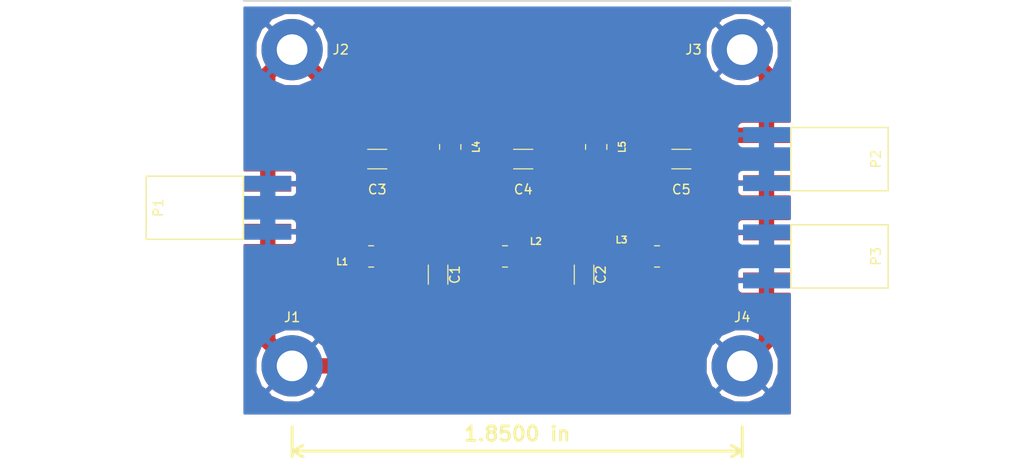
<source format=kicad_pcb>
(kicad_pcb (version 20171130) (host pcbnew "(5.1.9)-1")

  (general
    (thickness 1.6)
    (drawings 10)
    (tracks 42)
    (zones 0)
    (modules 17)
    (nets 9)
  )

  (page A4)
  (title_block
    (title "VHF UHF Diplexer")
    (date 2018-01-14)
    (rev V1.0)
    (company "Giga Technology")
    (comment 1 "2m and 70 cm Diplex max 10w")
  )

  (layers
    (0 F.Cu signal)
    (31 B.Cu signal)
    (32 B.Adhes user)
    (33 F.Adhes user)
    (34 B.Paste user)
    (35 F.Paste user)
    (36 B.SilkS user)
    (37 F.SilkS user)
    (38 B.Mask user)
    (39 F.Mask user)
    (40 Dwgs.User user)
    (41 Cmts.User user)
    (42 Eco1.User user)
    (43 Eco2.User user)
    (44 Edge.Cuts user)
    (45 Margin user)
    (46 B.CrtYd user)
    (47 F.CrtYd user)
    (48 B.Fab user)
    (49 F.Fab user)
  )

  (setup
    (last_trace_width 0.25)
    (trace_clearance 0.2)
    (zone_clearance 0.508)
    (zone_45_only no)
    (trace_min 0.2)
    (via_size 0.6)
    (via_drill 0.4)
    (via_min_size 0.4)
    (via_min_drill 0.3)
    (uvia_size 0.3)
    (uvia_drill 0.1)
    (uvias_allowed no)
    (uvia_min_size 0.2)
    (uvia_min_drill 0.1)
    (edge_width 0.15)
    (segment_width 0.2)
    (pcb_text_width 0.3)
    (pcb_text_size 1.5 1.5)
    (mod_edge_width 0.15)
    (mod_text_size 1 1)
    (mod_text_width 0.15)
    (pad_size 1.524 1.524)
    (pad_drill 0.762)
    (pad_to_mask_clearance 0.2)
    (aux_axis_origin 39.37 64.77)
    (grid_origin 39.37 64.77)
    (visible_elements 7FFFFFFF)
    (pcbplotparams
      (layerselection 0x00030_80000001)
      (usegerberextensions false)
      (usegerberattributes true)
      (usegerberadvancedattributes true)
      (creategerberjobfile true)
      (excludeedgelayer true)
      (linewidth 0.100000)
      (plotframeref false)
      (viasonmask false)
      (mode 1)
      (useauxorigin false)
      (hpglpennumber 1)
      (hpglpenspeed 20)
      (hpglpendiameter 15.000000)
      (psnegative false)
      (psa4output false)
      (plotreference true)
      (plotvalue true)
      (plotinvisibletext false)
      (padsonsilk false)
      (subtractmaskfromsilk false)
      (outputformat 1)
      (mirror false)
      (drillshape 1)
      (scaleselection 1)
      (outputdirectory ""))
  )

  (net 0 "")
  (net 1 "Net-(C1-Pad1)")
  (net 2 GND)
  (net 3 "Net-(C2-Pad1)")
  (net 4 "Net-(C3-Pad1)")
  (net 5 "Net-(C3-Pad2)")
  (net 6 "Net-(C4-Pad1)")
  (net 7 "Net-(C5-Pad1)")
  (net 8 "Net-(L3-Pad1)")

  (net_class Default "This is the default net class."
    (clearance 0.2)
    (trace_width 0.25)
    (via_dia 0.6)
    (via_drill 0.4)
    (uvia_dia 0.3)
    (uvia_drill 0.1)
  )

  (net_class 50Ohm ""
    (clearance 0.27)
    (trace_width 1.6)
    (via_dia 0.6)
    (via_drill 0.4)
    (uvia_dia 0.3)
    (uvia_drill 0.1)
    (add_net GND)
    (add_net "Net-(C1-Pad1)")
    (add_net "Net-(C2-Pad1)")
    (add_net "Net-(C3-Pad1)")
    (add_net "Net-(C3-Pad2)")
    (add_net "Net-(C4-Pad1)")
    (add_net "Net-(C5-Pad1)")
    (add_net "Net-(L3-Pad1)")
  )

  (module Inductor_SMD:L_1008_2520Metric_Pad1.43x2.20mm_HandSolder (layer F.Cu) (tedit 5F68FEF0) (tstamp 5A5B78B6)
    (at 66.675 48.26 180)
    (descr "Inductor SMD 1008 (2520 Metric), square (rectangular) end terminal, IPC_7351 nominal with elongated pad for handsoldering. (Body size source: https://ecsxtal.com/store/pdf/ECS-MPI2520-SMD-POWER-INDUCTOR.pdf), generated with kicad-footprint-generator")
    (tags "inductor handsolder")
    (path /5A59FE74)
    (attr smd)
    (fp_text reference L2 (at -3.2258 1.5748 180) (layer F.SilkS)
      (effects (font (size 0.7 0.7) (thickness 0.15)))
    )
    (fp_text value 100nH (at -0.2794 -2.286 180) (layer F.SilkS) hide
      (effects (font (size 0.7 0.7) (thickness 0.15)))
    )
    (fp_line (start 2.12 1.35) (end -2.12 1.35) (layer F.CrtYd) (width 0.05))
    (fp_line (start 2.12 -1.35) (end 2.12 1.35) (layer F.CrtYd) (width 0.05))
    (fp_line (start -2.12 -1.35) (end 2.12 -1.35) (layer F.CrtYd) (width 0.05))
    (fp_line (start -2.12 1.35) (end -2.12 -1.35) (layer F.CrtYd) (width 0.05))
    (fp_line (start -0.261252 1.11) (end 0.261252 1.11) (layer F.SilkS) (width 0.12))
    (fp_line (start -0.261252 -1.11) (end 0.261252 -1.11) (layer F.SilkS) (width 0.12))
    (fp_line (start 1.25 1) (end -1.25 1) (layer F.Fab) (width 0.1))
    (fp_line (start 1.25 -1) (end 1.25 1) (layer F.Fab) (width 0.1))
    (fp_line (start -1.25 -1) (end 1.25 -1) (layer F.Fab) (width 0.1))
    (fp_line (start -1.25 1) (end -1.25 -1) (layer F.Fab) (width 0.1))
    (fp_text user %R (at -0.1778 2.8956 180) (layer F.Fab)
      (effects (font (size 1.5 1.5) (thickness 0.15)))
    )
    (pad 2 smd roundrect (at 1.1625 0 180) (size 1.425 2.2) (layers F.Cu F.Paste F.Mask) (roundrect_rratio 0.175439)
      (net 1 "Net-(C1-Pad1)"))
    (pad 1 smd roundrect (at -1.1625 0 180) (size 1.425 2.2) (layers F.Cu F.Paste F.Mask) (roundrect_rratio 0.175439)
      (net 3 "Net-(C2-Pad1)"))
    (model ${KISYS3DMOD}/Inductor_SMD.3dshapes/L_1008_2520Metric.wrl
      (at (xyz 0 0 0))
      (scale (xyz 1 1 1))
      (rotate (xyz 0 0 0))
    )
  )

  (module Inductor_SMD:L_1008_2520Metric_Pad1.43x2.20mm_HandSolder (layer F.Cu) (tedit 5F68FEF0) (tstamp 5A5B78B0)
    (at 52.705 48.26 180)
    (descr "Inductor SMD 1008 (2520 Metric), square (rectangular) end terminal, IPC_7351 nominal with elongated pad for handsoldering. (Body size source: https://ecsxtal.com/store/pdf/ECS-MPI2520-SMD-POWER-INDUCTOR.pdf), generated with kicad-footprint-generator")
    (tags "inductor handsolder")
    (path /5A59FDEC)
    (attr smd)
    (fp_text reference L1 (at 3.0226 -0.5588 180) (layer F.SilkS)
      (effects (font (size 0.7 0.7) (thickness 0.15)))
    )
    (fp_text value 68nH (at 0.0762 -2.1844 180) (layer F.SilkS) hide
      (effects (font (size 0.7 0.7) (thickness 0.15)))
    )
    (fp_line (start 2.12 1.35) (end -2.12 1.35) (layer F.CrtYd) (width 0.05))
    (fp_line (start 2.12 -1.35) (end 2.12 1.35) (layer F.CrtYd) (width 0.05))
    (fp_line (start -2.12 -1.35) (end 2.12 -1.35) (layer F.CrtYd) (width 0.05))
    (fp_line (start -2.12 1.35) (end -2.12 -1.35) (layer F.CrtYd) (width 0.05))
    (fp_line (start -0.261252 1.11) (end 0.261252 1.11) (layer F.SilkS) (width 0.12))
    (fp_line (start -0.261252 -1.11) (end 0.261252 -1.11) (layer F.SilkS) (width 0.12))
    (fp_line (start 1.25 1) (end -1.25 1) (layer F.Fab) (width 0.1))
    (fp_line (start 1.25 -1) (end 1.25 1) (layer F.Fab) (width 0.1))
    (fp_line (start -1.25 -1) (end 1.25 -1) (layer F.Fab) (width 0.1))
    (fp_line (start -1.25 1) (end -1.25 -1) (layer F.Fab) (width 0.1))
    (fp_text user %R (at -0.0254 2.8448 180) (layer F.Fab)
      (effects (font (size 1.5 1.5) (thickness 0.15)))
    )
    (pad 2 smd roundrect (at 1.1625 0 180) (size 1.425 2.2) (layers F.Cu F.Paste F.Mask) (roundrect_rratio 0.175439)
      (net 5 "Net-(C3-Pad2)"))
    (pad 1 smd roundrect (at -1.1625 0 180) (size 1.425 2.2) (layers F.Cu F.Paste F.Mask) (roundrect_rratio 0.175439)
      (net 1 "Net-(C1-Pad1)"))
    (model ${KISYS3DMOD}/Inductor_SMD.3dshapes/L_1008_2520Metric.wrl
      (at (xyz 0 0 0))
      (scale (xyz 1 1 1))
      (rotate (xyz 0 0 0))
    )
  )

  (module Inductor_SMD:L_1008_2520Metric_Pad1.43x2.20mm_HandSolder (layer F.Cu) (tedit 5F68FEF0) (tstamp 5A5B78BC)
    (at 82.55 48.26 180)
    (descr "Inductor SMD 1008 (2520 Metric), square (rectangular) end terminal, IPC_7351 nominal with elongated pad for handsoldering. (Body size source: https://ecsxtal.com/store/pdf/ECS-MPI2520-SMD-POWER-INDUCTOR.pdf), generated with kicad-footprint-generator")
    (tags "inductor handsolder")
    (path /5A59FEB6)
    (attr smd)
    (fp_text reference L3 (at 3.7084 1.7272 180) (layer F.SilkS)
      (effects (font (size 0.7 0.7) (thickness 0.15)))
    )
    (fp_text value 68nH (at -0.3048 -2.4384 180) (layer F.SilkS) hide
      (effects (font (size 0.7 0.7) (thickness 0.15)))
    )
    (fp_line (start -1.25 1) (end -1.25 -1) (layer F.Fab) (width 0.1))
    (fp_line (start -1.25 -1) (end 1.25 -1) (layer F.Fab) (width 0.1))
    (fp_line (start 1.25 -1) (end 1.25 1) (layer F.Fab) (width 0.1))
    (fp_line (start 1.25 1) (end -1.25 1) (layer F.Fab) (width 0.1))
    (fp_line (start -0.261252 -1.11) (end 0.261252 -1.11) (layer F.SilkS) (width 0.12))
    (fp_line (start -0.261252 1.11) (end 0.261252 1.11) (layer F.SilkS) (width 0.12))
    (fp_line (start -2.12 1.35) (end -2.12 -1.35) (layer F.CrtYd) (width 0.05))
    (fp_line (start -2.12 -1.35) (end 2.12 -1.35) (layer F.CrtYd) (width 0.05))
    (fp_line (start 2.12 -1.35) (end 2.12 1.35) (layer F.CrtYd) (width 0.05))
    (fp_line (start 2.12 1.35) (end -2.12 1.35) (layer F.CrtYd) (width 0.05))
    (fp_text user %R (at -0.1524 2.8448 180) (layer F.Fab)
      (effects (font (size 1.5 1.5) (thickness 0.15)))
    )
    (pad 1 smd roundrect (at -1.1625 0 180) (size 1.425 2.2) (layers F.Cu F.Paste F.Mask) (roundrect_rratio 0.175439)
      (net 8 "Net-(L3-Pad1)"))
    (pad 2 smd roundrect (at 1.1625 0 180) (size 1.425 2.2) (layers F.Cu F.Paste F.Mask) (roundrect_rratio 0.175439)
      (net 3 "Net-(C2-Pad1)"))
    (model ${KISYS3DMOD}/Inductor_SMD.3dshapes/L_1008_2520Metric.wrl
      (at (xyz 0 0 0))
      (scale (xyz 1 1 1))
      (rotate (xyz 0 0 0))
    )
  )

  (module Inductor_SMD:L_1008_2520Metric_Pad1.43x2.20mm_HandSolder (layer F.Cu) (tedit 5F68FEF0) (tstamp 5A5B78C8)
    (at 76.2 36.83 270)
    (descr "Inductor SMD 1008 (2520 Metric), square (rectangular) end terminal, IPC_7351 nominal with elongated pad for handsoldering. (Body size source: https://ecsxtal.com/store/pdf/ECS-MPI2520-SMD-POWER-INDUCTOR.pdf), generated with kicad-footprint-generator")
    (tags "inductor handsolder")
    (path /5A59FF5E)
    (attr smd)
    (fp_text reference L5 (at 0 -2.7 90) (layer F.SilkS)
      (effects (font (size 0.7 0.7) (thickness 0.15)))
    )
    (fp_text value 15nH (at 2.25 0) (layer F.SilkS) hide
      (effects (font (size 0.7 0.7) (thickness 0.15)))
    )
    (fp_line (start 2.12 1.35) (end -2.12 1.35) (layer F.CrtYd) (width 0.05))
    (fp_line (start 2.12 -1.35) (end 2.12 1.35) (layer F.CrtYd) (width 0.05))
    (fp_line (start -2.12 -1.35) (end 2.12 -1.35) (layer F.CrtYd) (width 0.05))
    (fp_line (start -2.12 1.35) (end -2.12 -1.35) (layer F.CrtYd) (width 0.05))
    (fp_line (start -0.261252 1.11) (end 0.261252 1.11) (layer F.SilkS) (width 0.12))
    (fp_line (start -0.261252 -1.11) (end 0.261252 -1.11) (layer F.SilkS) (width 0.12))
    (fp_line (start 1.25 1) (end -1.25 1) (layer F.Fab) (width 0.1))
    (fp_line (start 1.25 -1) (end 1.25 1) (layer F.Fab) (width 0.1))
    (fp_line (start -1.25 -1) (end 1.25 -1) (layer F.Fab) (width 0.1))
    (fp_line (start -1.25 1) (end -1.25 -1) (layer F.Fab) (width 0.1))
    (fp_text user %R (at 0 0) (layer F.Fab)
      (effects (font (size 1.5 1.5) (thickness 0.15)))
    )
    (pad 2 smd roundrect (at 1.1625 0 270) (size 1.425 2.2) (layers F.Cu F.Paste F.Mask) (roundrect_rratio 0.175439)
      (net 6 "Net-(C4-Pad1)"))
    (pad 1 smd roundrect (at -1.1625 0 270) (size 1.425 2.2) (layers F.Cu F.Paste F.Mask) (roundrect_rratio 0.175439)
      (net 2 GND))
    (model ${KISYS3DMOD}/Inductor_SMD.3dshapes/L_1008_2520Metric.wrl
      (at (xyz 0 0 0))
      (scale (xyz 1 1 1))
      (rotate (xyz 0 0 0))
    )
  )

  (module Inductor_SMD:L_1008_2520Metric_Pad1.43x2.20mm_HandSolder (layer F.Cu) (tedit 5F68FEF0) (tstamp 5A5B78C2)
    (at 60.96 36.83 270)
    (descr "Inductor SMD 1008 (2520 Metric), square (rectangular) end terminal, IPC_7351 nominal with elongated pad for handsoldering. (Body size source: https://ecsxtal.com/store/pdf/ECS-MPI2520-SMD-POWER-INDUCTOR.pdf), generated with kicad-footprint-generator")
    (tags "inductor handsolder")
    (path /5A59FF0C)
    (attr smd)
    (fp_text reference L4 (at 0 -2.7 90) (layer F.SilkS)
      (effects (font (size 0.7 0.7) (thickness 0.15)))
    )
    (fp_text value 15nH (at 2.25 0) (layer F.SilkS) hide
      (effects (font (size 0.7 0.7) (thickness 0.15)))
    )
    (fp_line (start 2.12 1.35) (end -2.12 1.35) (layer F.CrtYd) (width 0.05))
    (fp_line (start 2.12 -1.35) (end 2.12 1.35) (layer F.CrtYd) (width 0.05))
    (fp_line (start -2.12 -1.35) (end 2.12 -1.35) (layer F.CrtYd) (width 0.05))
    (fp_line (start -2.12 1.35) (end -2.12 -1.35) (layer F.CrtYd) (width 0.05))
    (fp_line (start -0.261252 1.11) (end 0.261252 1.11) (layer F.SilkS) (width 0.12))
    (fp_line (start -0.261252 -1.11) (end 0.261252 -1.11) (layer F.SilkS) (width 0.12))
    (fp_line (start 1.25 1) (end -1.25 1) (layer F.Fab) (width 0.1))
    (fp_line (start 1.25 -1) (end 1.25 1) (layer F.Fab) (width 0.1))
    (fp_line (start -1.25 -1) (end 1.25 -1) (layer F.Fab) (width 0.1))
    (fp_line (start -1.25 1) (end -1.25 -1) (layer F.Fab) (width 0.1))
    (fp_text user %R (at 0 0) (layer F.Fab)
      (effects (font (size 1.5 1.5) (thickness 0.15)))
    )
    (pad 2 smd roundrect (at 1.1625 0 270) (size 1.425 2.2) (layers F.Cu F.Paste F.Mask) (roundrect_rratio 0.175439)
      (net 4 "Net-(C3-Pad1)"))
    (pad 1 smd roundrect (at -1.1625 0 270) (size 1.425 2.2) (layers F.Cu F.Paste F.Mask) (roundrect_rratio 0.175439)
      (net 2 GND))
    (model ${KISYS3DMOD}/Inductor_SMD.3dshapes/L_1008_2520Metric.wrl
      (at (xyz 0 0 0))
      (scale (xyz 1 1 1))
      (rotate (xyz 0 0 0))
    )
  )

  (module Capacitors_SMD:C_1206_HandSoldering (layer F.Cu) (tedit 58AA84D1) (tstamp 5A5B7892)
    (at 59.69 50.165 270)
    (descr "Capacitor SMD 1206, hand soldering")
    (tags "capacitor 1206")
    (path /5A59FCF8)
    (attr smd)
    (fp_text reference C1 (at 0 -1.75 270) (layer F.SilkS)
      (effects (font (size 1 1) (thickness 0.15)))
    )
    (fp_text value 18pF (at 0 2 270) (layer F.Fab)
      (effects (font (size 1 1) (thickness 0.15)))
    )
    (fp_line (start -1.6 0.8) (end -1.6 -0.8) (layer F.Fab) (width 0.1))
    (fp_line (start 1.6 0.8) (end -1.6 0.8) (layer F.Fab) (width 0.1))
    (fp_line (start 1.6 -0.8) (end 1.6 0.8) (layer F.Fab) (width 0.1))
    (fp_line (start -1.6 -0.8) (end 1.6 -0.8) (layer F.Fab) (width 0.1))
    (fp_line (start 1 -1.02) (end -1 -1.02) (layer F.SilkS) (width 0.12))
    (fp_line (start -1 1.02) (end 1 1.02) (layer F.SilkS) (width 0.12))
    (fp_line (start -3.25 -1.05) (end 3.25 -1.05) (layer F.CrtYd) (width 0.05))
    (fp_line (start -3.25 -1.05) (end -3.25 1.05) (layer F.CrtYd) (width 0.05))
    (fp_line (start 3.25 1.05) (end 3.25 -1.05) (layer F.CrtYd) (width 0.05))
    (fp_line (start 3.25 1.05) (end -3.25 1.05) (layer F.CrtYd) (width 0.05))
    (fp_text user %R (at 0 -1.75 270) (layer F.Fab)
      (effects (font (size 1 1) (thickness 0.15)))
    )
    (pad 1 smd rect (at -2 0 270) (size 2 1.6) (layers F.Cu F.Paste F.Mask)
      (net 1 "Net-(C1-Pad1)"))
    (pad 2 smd rect (at 2 0 270) (size 2 1.6) (layers F.Cu F.Paste F.Mask)
      (net 2 GND))
    (model Capacitors_SMD.3dshapes/C_1206.wrl
      (at (xyz 0 0 0))
      (scale (xyz 1 1 1))
      (rotate (xyz 0 0 0))
    )
  )

  (module Capacitors_SMD:C_1206_HandSoldering (layer F.Cu) (tedit 58AA84D1) (tstamp 5A5B7898)
    (at 74.93 50.165 270)
    (descr "Capacitor SMD 1206, hand soldering")
    (tags "capacitor 1206")
    (path /5A59FBD5)
    (attr smd)
    (fp_text reference C2 (at 0 -1.75 270) (layer F.SilkS)
      (effects (font (size 1 1) (thickness 0.15)))
    )
    (fp_text value 18pF (at 0 2 270) (layer F.Fab)
      (effects (font (size 1 1) (thickness 0.15)))
    )
    (fp_line (start -1.6 0.8) (end -1.6 -0.8) (layer F.Fab) (width 0.1))
    (fp_line (start 1.6 0.8) (end -1.6 0.8) (layer F.Fab) (width 0.1))
    (fp_line (start 1.6 -0.8) (end 1.6 0.8) (layer F.Fab) (width 0.1))
    (fp_line (start -1.6 -0.8) (end 1.6 -0.8) (layer F.Fab) (width 0.1))
    (fp_line (start 1 -1.02) (end -1 -1.02) (layer F.SilkS) (width 0.12))
    (fp_line (start -1 1.02) (end 1 1.02) (layer F.SilkS) (width 0.12))
    (fp_line (start -3.25 -1.05) (end 3.25 -1.05) (layer F.CrtYd) (width 0.05))
    (fp_line (start -3.25 -1.05) (end -3.25 1.05) (layer F.CrtYd) (width 0.05))
    (fp_line (start 3.25 1.05) (end 3.25 -1.05) (layer F.CrtYd) (width 0.05))
    (fp_line (start 3.25 1.05) (end -3.25 1.05) (layer F.CrtYd) (width 0.05))
    (fp_text user %R (at 0 -1.75 270) (layer F.Fab)
      (effects (font (size 1 1) (thickness 0.15)))
    )
    (pad 1 smd rect (at -2 0 270) (size 2 1.6) (layers F.Cu F.Paste F.Mask)
      (net 3 "Net-(C2-Pad1)"))
    (pad 2 smd rect (at 2 0 270) (size 2 1.6) (layers F.Cu F.Paste F.Mask)
      (net 2 GND))
    (model Capacitors_SMD.3dshapes/C_1206.wrl
      (at (xyz 0 0 0))
      (scale (xyz 1 1 1))
      (rotate (xyz 0 0 0))
    )
  )

  (module Bacar:SMA_Edge (layer F.Cu) (tedit 587FB08C) (tstamp 5A5B78D1)
    (at 41.91 43.18 90)
    (path /5A59FADA)
    (fp_text reference P1 (at 0 -11.43 90) (layer F.SilkS)
      (effects (font (size 1 1) (thickness 0.15)))
    )
    (fp_text value SMA (at 0 -13.97 90) (layer F.Fab)
      (effects (font (size 1 1) (thickness 0.15)))
    )
    (fp_line (start -3.3 -2.54) (end 3.3 -2.54) (layer F.SilkS) (width 0.15))
    (fp_line (start -3.3 -12.7) (end -3.3 -2.54) (layer F.SilkS) (width 0.15))
    (fp_line (start 3.3 -12.7) (end -3.3 -12.7) (layer F.SilkS) (width 0.15))
    (fp_line (start 3.3 -12.7) (end 3.3 -2.54) (layer F.SilkS) (width 0.15))
    (pad 1 connect rect (at 0 0 90) (size 1.6 4.9) (layers F.Cu F.Mask)
      (net 5 "Net-(C3-Pad2)"))
    (pad 2 connect rect (at -2.48 0 90) (size 1.6 4.9) (layers F.Cu F.Mask)
      (net 2 GND))
    (pad 2 smd rect (at 2.48 0 90) (size 1.6 4.9) (layers F.Cu F.Paste F.Mask)
      (net 2 GND))
    (pad 2 smd rect (at 2.54 0 90) (size 1.6 4.9) (layers B.Cu F.Paste F.Mask)
      (net 2 GND))
    (pad 2 smd rect (at -2.54 0 90) (size 1.6 4.9) (layers B.Cu F.Paste F.Mask)
      (net 2 GND))
  )

  (module Bacar:SMA_Edge (layer F.Cu) (tedit 587FB08C) (tstamp 5A5B78DA)
    (at 93.98 38.1 270)
    (path /5A59FB06)
    (fp_text reference P2 (at 0 -11.43 270) (layer F.SilkS)
      (effects (font (size 1 1) (thickness 0.15)))
    )
    (fp_text value SMA (at 0 -13.97 270) (layer F.Fab)
      (effects (font (size 1 1) (thickness 0.15)))
    )
    (fp_line (start -3.3 -2.54) (end 3.3 -2.54) (layer F.SilkS) (width 0.15))
    (fp_line (start -3.3 -12.7) (end -3.3 -2.54) (layer F.SilkS) (width 0.15))
    (fp_line (start 3.3 -12.7) (end -3.3 -12.7) (layer F.SilkS) (width 0.15))
    (fp_line (start 3.3 -12.7) (end 3.3 -2.54) (layer F.SilkS) (width 0.15))
    (pad 1 connect rect (at 0 0 270) (size 1.6 4.9) (layers F.Cu F.Mask)
      (net 7 "Net-(C5-Pad1)"))
    (pad 2 connect rect (at -2.48 0 270) (size 1.6 4.9) (layers F.Cu F.Mask)
      (net 2 GND))
    (pad 2 smd rect (at 2.48 0 270) (size 1.6 4.9) (layers F.Cu F.Paste F.Mask)
      (net 2 GND))
    (pad 2 smd rect (at 2.54 0 270) (size 1.6 4.9) (layers B.Cu F.Paste F.Mask)
      (net 2 GND))
    (pad 2 smd rect (at -2.54 0 270) (size 1.6 4.9) (layers B.Cu F.Paste F.Mask)
      (net 2 GND))
  )

  (module Bacar:SMA_Edge (layer F.Cu) (tedit 587FB08C) (tstamp 5A5B78E3)
    (at 93.98 48.26 270)
    (path /5A59FB70)
    (fp_text reference P3 (at 0 -11.43 270) (layer F.SilkS)
      (effects (font (size 1 1) (thickness 0.15)))
    )
    (fp_text value SMA (at 0 -13.97 270) (layer F.Fab)
      (effects (font (size 1 1) (thickness 0.15)))
    )
    (fp_line (start -3.3 -2.54) (end 3.3 -2.54) (layer F.SilkS) (width 0.15))
    (fp_line (start -3.3 -12.7) (end -3.3 -2.54) (layer F.SilkS) (width 0.15))
    (fp_line (start 3.3 -12.7) (end -3.3 -12.7) (layer F.SilkS) (width 0.15))
    (fp_line (start 3.3 -12.7) (end 3.3 -2.54) (layer F.SilkS) (width 0.15))
    (pad 1 connect rect (at 0 0 270) (size 1.6 4.9) (layers F.Cu F.Mask)
      (net 8 "Net-(L3-Pad1)"))
    (pad 2 connect rect (at -2.48 0 270) (size 1.6 4.9) (layers F.Cu F.Mask)
      (net 2 GND))
    (pad 2 smd rect (at 2.48 0 270) (size 1.6 4.9) (layers F.Cu F.Paste F.Mask)
      (net 2 GND))
    (pad 2 smd rect (at 2.54 0 270) (size 1.6 4.9) (layers B.Cu F.Paste F.Mask)
      (net 2 GND))
    (pad 2 smd rect (at -2.54 0 270) (size 1.6 4.9) (layers B.Cu F.Paste F.Mask)
      (net 2 GND))
  )

  (module Capacitors_SMD:C_1206_HandSoldering (layer F.Cu) (tedit 5A5CFB38) (tstamp 5A5B8261)
    (at 53.34 38.1 180)
    (descr "Capacitor SMD 1206, hand soldering")
    (tags "capacitor 1206")
    (path /5A59FD2B)
    (attr smd)
    (fp_text reference C3 (at 0 -3.175 180) (layer F.SilkS)
      (effects (font (size 1 1) (thickness 0.15)))
    )
    (fp_text value 4.7pF (at 0 2 180) (layer F.Fab)
      (effects (font (size 1 1) (thickness 0.15)))
    )
    (fp_line (start -1.6 0.8) (end -1.6 -0.8) (layer F.Fab) (width 0.1))
    (fp_line (start 1.6 0.8) (end -1.6 0.8) (layer F.Fab) (width 0.1))
    (fp_line (start 1.6 -0.8) (end 1.6 0.8) (layer F.Fab) (width 0.1))
    (fp_line (start -1.6 -0.8) (end 1.6 -0.8) (layer F.Fab) (width 0.1))
    (fp_line (start 1 -1.02) (end -1 -1.02) (layer F.SilkS) (width 0.12))
    (fp_line (start -1 1.02) (end 1 1.02) (layer F.SilkS) (width 0.12))
    (fp_line (start -3.25 -1.05) (end 3.25 -1.05) (layer F.CrtYd) (width 0.05))
    (fp_line (start -3.25 -1.05) (end -3.25 1.05) (layer F.CrtYd) (width 0.05))
    (fp_line (start 3.25 1.05) (end 3.25 -1.05) (layer F.CrtYd) (width 0.05))
    (fp_line (start 3.25 1.05) (end -3.25 1.05) (layer F.CrtYd) (width 0.05))
    (fp_text user %R (at 0 -1.75 180) (layer F.Fab)
      (effects (font (size 1 1) (thickness 0.15)))
    )
    (pad 1 smd rect (at -2 0 180) (size 2 1.6) (layers F.Cu F.Paste F.Mask)
      (net 4 "Net-(C3-Pad1)"))
    (pad 2 smd rect (at 2 0 180) (size 2 1.6) (layers F.Cu F.Paste F.Mask)
      (net 5 "Net-(C3-Pad2)"))
    (model Capacitors_SMD.3dshapes/C_1206.wrl
      (at (xyz 0 0 0))
      (scale (xyz 1 1 1))
      (rotate (xyz 0 0 0))
    )
  )

  (module Capacitors_SMD:C_1206_HandSoldering (layer F.Cu) (tedit 5A5CFB2D) (tstamp 5A5B82D8)
    (at 68.58 38.1 180)
    (descr "Capacitor SMD 1206, hand soldering")
    (tags "capacitor 1206")
    (path /5A59FD7F)
    (attr smd)
    (fp_text reference C4 (at 0 -3.175 180) (layer F.SilkS)
      (effects (font (size 1 1) (thickness 0.15)))
    )
    (fp_text value 2.7pF (at 0 2 180) (layer F.Fab)
      (effects (font (size 1 1) (thickness 0.15)))
    )
    (fp_line (start -1.6 0.8) (end -1.6 -0.8) (layer F.Fab) (width 0.1))
    (fp_line (start 1.6 0.8) (end -1.6 0.8) (layer F.Fab) (width 0.1))
    (fp_line (start 1.6 -0.8) (end 1.6 0.8) (layer F.Fab) (width 0.1))
    (fp_line (start -1.6 -0.8) (end 1.6 -0.8) (layer F.Fab) (width 0.1))
    (fp_line (start 1 -1.02) (end -1 -1.02) (layer F.SilkS) (width 0.12))
    (fp_line (start -1 1.02) (end 1 1.02) (layer F.SilkS) (width 0.12))
    (fp_line (start -3.25 -1.05) (end 3.25 -1.05) (layer F.CrtYd) (width 0.05))
    (fp_line (start -3.25 -1.05) (end -3.25 1.05) (layer F.CrtYd) (width 0.05))
    (fp_line (start 3.25 1.05) (end 3.25 -1.05) (layer F.CrtYd) (width 0.05))
    (fp_line (start 3.25 1.05) (end -3.25 1.05) (layer F.CrtYd) (width 0.05))
    (fp_text user %R (at 0 -1.75 180) (layer F.Fab)
      (effects (font (size 1 1) (thickness 0.15)))
    )
    (pad 1 smd rect (at -2 0 180) (size 2 1.6) (layers F.Cu F.Paste F.Mask)
      (net 6 "Net-(C4-Pad1)"))
    (pad 2 smd rect (at 2 0 180) (size 2 1.6) (layers F.Cu F.Paste F.Mask)
      (net 4 "Net-(C3-Pad1)"))
    (model Capacitors_SMD.3dshapes/C_1206.wrl
      (at (xyz 0 0 0))
      (scale (xyz 1 1 1))
      (rotate (xyz 0 0 0))
    )
  )

  (module Capacitors_SMD:C_1206_HandSoldering (layer F.Cu) (tedit 5A5CFB28) (tstamp 5A5B82DE)
    (at 85.09 38.1 180)
    (descr "Capacitor SMD 1206, hand soldering")
    (tags "capacitor 1206")
    (path /5A59FDB4)
    (attr smd)
    (fp_text reference C5 (at 0 -3.175 180) (layer F.SilkS)
      (effects (font (size 1 1) (thickness 0.15)))
    )
    (fp_text value 4.7pF (at 0 2 180) (layer F.Fab)
      (effects (font (size 1 1) (thickness 0.15)))
    )
    (fp_line (start -1.6 0.8) (end -1.6 -0.8) (layer F.Fab) (width 0.1))
    (fp_line (start 1.6 0.8) (end -1.6 0.8) (layer F.Fab) (width 0.1))
    (fp_line (start 1.6 -0.8) (end 1.6 0.8) (layer F.Fab) (width 0.1))
    (fp_line (start -1.6 -0.8) (end 1.6 -0.8) (layer F.Fab) (width 0.1))
    (fp_line (start 1 -1.02) (end -1 -1.02) (layer F.SilkS) (width 0.12))
    (fp_line (start -1 1.02) (end 1 1.02) (layer F.SilkS) (width 0.12))
    (fp_line (start -3.25 -1.05) (end 3.25 -1.05) (layer F.CrtYd) (width 0.05))
    (fp_line (start -3.25 -1.05) (end -3.25 1.05) (layer F.CrtYd) (width 0.05))
    (fp_line (start 3.25 1.05) (end 3.25 -1.05) (layer F.CrtYd) (width 0.05))
    (fp_line (start 3.25 1.05) (end -3.25 1.05) (layer F.CrtYd) (width 0.05))
    (fp_text user %R (at 0 -1.75 180) (layer F.Fab)
      (effects (font (size 1 1) (thickness 0.15)))
    )
    (pad 1 smd rect (at -2 0 180) (size 2 1.6) (layers F.Cu F.Paste F.Mask)
      (net 7 "Net-(C5-Pad1)"))
    (pad 2 smd rect (at 2 0 180) (size 2 1.6) (layers F.Cu F.Paste F.Mask)
      (net 6 "Net-(C4-Pad1)"))
    (model Capacitors_SMD.3dshapes/C_1206.wrl
      (at (xyz 0 0 0))
      (scale (xyz 1 1 1))
      (rotate (xyz 0 0 0))
    )
  )

  (module Mounting_Holes:MountingHole_3.2mm_M3_Pad (layer F.Cu) (tedit 5A5CFB62) (tstamp 5A5B89DA)
    (at 44.45 59.69)
    (descr "Mounting Hole 3.2mm, M3")
    (tags "mounting hole 3.2mm m3")
    (path /5A5B84B5)
    (attr virtual)
    (fp_text reference J1 (at 0 -5.08) (layer F.SilkS)
      (effects (font (size 1 1) (thickness 0.15)))
    )
    (fp_text value "3mm mount" (at 8.255 2.54) (layer F.Fab)
      (effects (font (size 1 1) (thickness 0.15)))
    )
    (fp_circle (center 0 0) (end 3.2 0) (layer Cmts.User) (width 0.15))
    (fp_circle (center 0 0) (end 3.45 0) (layer F.CrtYd) (width 0.05))
    (fp_text user %R (at 0.3 0) (layer F.Fab)
      (effects (font (size 1 1) (thickness 0.15)))
    )
    (pad 1 thru_hole circle (at 0 0) (size 6.4 6.4) (drill 3.2) (layers *.Cu *.Mask)
      (net 2 GND))
  )

  (module Mounting_Holes:MountingHole_3.2mm_M3_Pad (layer F.Cu) (tedit 5A5CFB72) (tstamp 5A5B89DF)
    (at 44.45 26.67)
    (descr "Mounting Hole 3.2mm, M3")
    (tags "mounting hole 3.2mm m3")
    (path /5A5B8514)
    (attr virtual)
    (fp_text reference J2 (at 5.08 0) (layer F.SilkS)
      (effects (font (size 1 1) (thickness 0.15)))
    )
    (fp_text value "3mm mount" (at 4.445 4.445) (layer F.Fab)
      (effects (font (size 1 1) (thickness 0.15)))
    )
    (fp_circle (center 0 0) (end 3.2 0) (layer Cmts.User) (width 0.15))
    (fp_circle (center 0 0) (end 3.45 0) (layer F.CrtYd) (width 0.05))
    (fp_text user %R (at 0.3 0) (layer F.Fab)
      (effects (font (size 1 1) (thickness 0.15)))
    )
    (pad 1 thru_hole circle (at 0 0) (size 6.4 6.4) (drill 3.2) (layers *.Cu *.Mask)
      (net 2 GND))
  )

  (module Mounting_Holes:MountingHole_3.2mm_M3_Pad (layer F.Cu) (tedit 5A5CFB6E) (tstamp 5A5B89E4)
    (at 91.44 26.67)
    (descr "Mounting Hole 3.2mm, M3")
    (tags "mounting hole 3.2mm m3")
    (path /5A5B85FF)
    (attr virtual)
    (fp_text reference J3 (at -5.08 0) (layer F.SilkS)
      (effects (font (size 1 1) (thickness 0.15)))
    )
    (fp_text value "3mm mount" (at -4.445 4.445) (layer F.Fab)
      (effects (font (size 1 1) (thickness 0.15)))
    )
    (fp_circle (center 0 0) (end 3.2 0) (layer Cmts.User) (width 0.15))
    (fp_circle (center 0 0) (end 3.45 0) (layer F.CrtYd) (width 0.05))
    (fp_text user %R (at 0.3 0) (layer F.Fab)
      (effects (font (size 1 1) (thickness 0.15)))
    )
    (pad 1 thru_hole circle (at 0 0) (size 6.4 6.4) (drill 3.2) (layers *.Cu *.Mask)
      (net 2 GND))
  )

  (module Mounting_Holes:MountingHole_3.2mm_M3_Pad (layer F.Cu) (tedit 5A5CFB69) (tstamp 5A5B89E9)
    (at 91.44 59.69)
    (descr "Mounting Hole 3.2mm, M3")
    (tags "mounting hole 3.2mm m3")
    (path /5A5B8653)
    (attr virtual)
    (fp_text reference J4 (at 0 -5.08) (layer F.SilkS)
      (effects (font (size 1 1) (thickness 0.15)))
    )
    (fp_text value "3mm mount" (at -8.89 1.905) (layer F.Fab)
      (effects (font (size 1 1) (thickness 0.15)))
    )
    (fp_circle (center 0 0) (end 3.2 0) (layer Cmts.User) (width 0.15))
    (fp_circle (center 0 0) (end 3.45 0) (layer F.CrtYd) (width 0.05))
    (fp_text user %R (at 0.3 0) (layer F.Fab)
      (effects (font (size 1 1) (thickness 0.15)))
    )
    (pad 1 thru_hole circle (at 0 0) (size 6.4 6.4) (drill 3.2) (layers *.Cu *.Mask)
      (net 2 GND))
  )

  (gr_line (start 96.52 64.77) (end 96.52 21.59) (angle 90) (layer F.Fab) (width 0.2))
  (gr_line (start 39.37 64.77) (end 96.52 64.77) (angle 90) (layer F.Fab) (width 0.2))
  (gr_line (start 39.37 21.59) (end 39.37 64.77) (angle 90) (layer F.Fab) (width 0.2))
  (gr_line (start 96.52 21.59) (end 39.37 21.59) (angle 90) (layer Edge.Cuts) (width 0.15))
  (dimension 46.99 (width 0.3) (layer F.SilkS)
    (gr_text "46.990 mm" (at 67.945 69.93) (layer F.SilkS)
      (effects (font (size 1.5 1.5) (thickness 0.3)))
    )
    (feature1 (pts (xy 91.44 66.04) (xy 91.44 71.28)))
    (feature2 (pts (xy 44.45 66.04) (xy 44.45 71.28)))
    (crossbar (pts (xy 44.45 68.58) (xy 91.44 68.58)))
    (arrow1a (pts (xy 91.44 68.58) (xy 90.313496 69.166421)))
    (arrow1b (pts (xy 91.44 68.58) (xy 90.313496 67.993579)))
    (arrow2a (pts (xy 44.45 68.58) (xy 45.576504 69.166421)))
    (arrow2b (pts (xy 44.45 68.58) (xy 45.576504 67.993579)))
  )
  (dimension 11.43 (width 0.3) (layer F.Mask)
    (gr_text "11.430 mm" (at 115.49 53.975 90) (layer F.Mask)
      (effects (font (size 1.5 1.5) (thickness 0.3)))
    )
    (feature1 (pts (xy 119.38 48.26) (xy 114.14 48.26)))
    (feature2 (pts (xy 119.38 59.69) (xy 114.14 59.69)))
    (crossbar (pts (xy 116.84 59.69) (xy 116.84 48.26)))
    (arrow1a (pts (xy 116.84 48.26) (xy 117.426421 49.386504)))
    (arrow1b (pts (xy 116.84 48.26) (xy 116.253579 49.386504)))
    (arrow2a (pts (xy 116.84 59.69) (xy 117.426421 58.563496)))
    (arrow2b (pts (xy 116.84 59.69) (xy 116.253579 58.563496)))
  )
  (dimension 11.43 (width 0.3) (layer F.Mask)
    (gr_text "11.430 mm" (at 115.57 34.29 270) (layer F.Mask)
      (effects (font (size 1.5 1.5) (thickness 0.3)))
    )
    (feature1 (pts (xy 119.38 38.1) (xy 114.14 38.1)))
    (feature2 (pts (xy 119.38 26.67) (xy 114.14 26.67)))
    (crossbar (pts (xy 116.84 26.67) (xy 116.84 38.1)))
    (arrow1a (pts (xy 116.84 38.1) (xy 116.253579 36.973496)))
    (arrow1b (pts (xy 116.84 38.1) (xy 117.426421 36.973496)))
    (arrow2a (pts (xy 116.84 26.67) (xy 116.253579 27.796504)))
    (arrow2b (pts (xy 116.84 26.67) (xy 117.426421 27.796504)))
  )
  (dimension 33.02 (width 0.3) (layer F.Mask)
    (gr_text "33.020 mm" (at 110.41 43.18 270) (layer F.Mask)
      (effects (font (size 1.5 1.5) (thickness 0.3)))
    )
    (feature1 (pts (xy 114.3 59.69) (xy 109.06 59.69)))
    (feature2 (pts (xy 114.3 26.67) (xy 109.06 26.67)))
    (crossbar (pts (xy 111.76 26.67) (xy 111.76 59.69)))
    (arrow1a (pts (xy 111.76 59.69) (xy 111.173579 58.563496)))
    (arrow1b (pts (xy 111.76 59.69) (xy 112.346421 58.563496)))
    (arrow2a (pts (xy 111.76 26.67) (xy 111.173579 27.796504)))
    (arrow2b (pts (xy 111.76 26.67) (xy 112.346421 27.796504)))
  )
  (dimension 16.51 (width 0.3) (layer F.Mask)
    (gr_text "16.510 mm" (at 20.24 34.925 90) (layer F.Mask)
      (effects (font (size 1.5 1.5) (thickness 0.3)))
    )
    (feature1 (pts (xy 25.4 26.67) (xy 18.89 26.67)))
    (feature2 (pts (xy 25.4 43.18) (xy 18.89 43.18)))
    (crossbar (pts (xy 21.59 43.18) (xy 21.59 26.67)))
    (arrow1a (pts (xy 21.59 26.67) (xy 22.176421 27.796504)))
    (arrow1b (pts (xy 21.59 26.67) (xy 21.003579 27.796504)))
    (arrow2a (pts (xy 21.59 43.18) (xy 22.176421 42.053496)))
    (arrow2b (pts (xy 21.59 43.18) (xy 21.003579 42.053496)))
  )
  (dimension 16.51 (width 0.3) (layer F.Mask)
    (gr_text "16.510 mm" (at 20.24 51.435 270) (layer F.Mask)
      (effects (font (size 1.5 1.5) (thickness 0.3)))
    )
    (feature1 (pts (xy 25.4 59.69) (xy 18.89 59.69)))
    (feature2 (pts (xy 25.4 43.18) (xy 18.89 43.18)))
    (crossbar (pts (xy 21.59 43.18) (xy 21.59 59.69)))
    (arrow1a (pts (xy 21.59 59.69) (xy 21.003579 58.563496)))
    (arrow1b (pts (xy 21.59 59.69) (xy 22.176421 58.563496)))
    (arrow2a (pts (xy 21.59 43.18) (xy 21.003579 44.306504)))
    (arrow2b (pts (xy 21.59 43.18) (xy 22.176421 44.306504)))
  )

  (segment (start 59.69 48.165) (end 64.675 48.165) (width 1.6) (layer F.Cu) (net 1) (status 400000))
  (segment (start 64.77 48.26) (end 65.425 48.26) (width 1.6) (layer F.Cu) (net 1) (tstamp 5A5CF737) (status 800000))
  (segment (start 64.675 48.165) (end 64.77 48.26) (width 1.6) (layer F.Cu) (net 1) (tstamp 5A5CF734))
  (segment (start 53.955 48.26) (end 59.595 48.26) (width 1.6) (layer F.Cu) (net 1))
  (segment (start 59.595 48.26) (end 59.69 48.165) (width 1.6) (layer F.Cu) (net 1) (tstamp 5A5CF4AF))
  (segment (start 76.2 35.58) (end 53.36 35.58) (width 1.6) (layer F.Cu) (net 2))
  (segment (start 53.36 35.58) (end 44.45 26.67) (width 1.6) (layer F.Cu) (net 2) (tstamp 5A5CF66A))
  (segment (start 41.91 40.7) (end 41.91 29.21) (width 1.6) (layer F.Cu) (net 2))
  (segment (start 41.91 29.21) (end 44.45 26.67) (width 1.6) (layer F.Cu) (net 2) (tstamp 5A5CF634))
  (segment (start 41.91 40.64) (end 41.91 45.72) (width 1.6) (layer B.Cu) (net 2))
  (segment (start 93.98 45.72) (end 93.98 50.8) (width 1.6) (layer B.Cu) (net 2))
  (segment (start 93.98 35.56) (end 93.98 40.64) (width 1.6) (layer B.Cu) (net 2))
  (segment (start 60.96 35.58) (end 76.2 35.58) (width 1.6) (layer F.Cu) (net 2))
  (segment (start 93.98 35.62) (end 76.24 35.62) (width 1.6) (layer F.Cu) (net 2))
  (segment (start 76.24 35.62) (end 76.2 35.58) (width 1.6) (layer F.Cu) (net 2) (tstamp 5A5CF5F2))
  (segment (start 93.98 35.62) (end 93.98 29.21) (width 1.6) (layer F.Cu) (net 2))
  (segment (start 93.98 29.21) (end 91.44 26.67) (width 1.6) (layer F.Cu) (net 2) (tstamp 5A5CF5E6))
  (segment (start 93.98 50.74) (end 93.98 57.15) (width 1.6) (layer F.Cu) (net 2))
  (segment (start 93.98 57.15) (end 91.44 59.69) (width 1.6) (layer F.Cu) (net 2) (tstamp 5A5CF5E1))
  (segment (start 93.98 40.58) (end 93.98 45.78) (width 1.6) (layer F.Cu) (net 2))
  (segment (start 41.91 45.66) (end 41.91 57.15) (width 1.6) (layer F.Cu) (net 2))
  (segment (start 41.91 57.15) (end 44.45 59.69) (width 1.6) (layer F.Cu) (net 2) (tstamp 5A5CF5CB))
  (segment (start 74.93 52.165) (end 59.69 52.165) (width 1.6) (layer F.Cu) (net 2))
  (segment (start 59.69 52.165) (end 52.165 59.69) (width 1.6) (layer F.Cu) (net 2) (tstamp 5A5CF5C1))
  (segment (start 52.165 59.69) (end 44.45 59.69) (width 1.6) (layer F.Cu) (net 2) (tstamp 5A5CF5C3))
  (segment (start 67.925 48.26) (end 74.835 48.26) (width 1.6) (layer F.Cu) (net 3) (status C00000))
  (segment (start 74.93 48.165) (end 81.205 48.165) (width 1.6) (layer F.Cu) (net 3))
  (segment (start 74.835 48.26) (end 74.93 48.165) (width 1.6) (layer F.Cu) (net 3) (tstamp 5A5CF73E) (status C00000))
  (segment (start 81.205 48.165) (end 81.3 48.26) (width 1.6) (layer F.Cu) (net 3) (tstamp 5A5CF501))
  (segment (start 81.205 48.165) (end 81.3 48.26) (width 1.6) (layer F.Cu) (net 3) (tstamp 5A5CF58A))
  (segment (start 60.96 38.08) (end 66.56 38.08) (width 1.6) (layer F.Cu) (net 4))
  (segment (start 66.56 38.08) (end 66.58 38.1) (width 1.6) (layer F.Cu) (net 4) (tstamp 5A5CF379))
  (segment (start 55.34 38.1) (end 60.94 38.1) (width 1.6) (layer F.Cu) (net 4))
  (segment (start 60.94 38.1) (end 60.96 38.08) (width 1.6) (layer F.Cu) (net 4) (tstamp 5A5CF370))
  (segment (start 46.26 43.18) (end 46.375 43.18) (width 1.6) (layer F.Cu) (net 5))
  (segment (start 46.375 43.18) (end 51.455 48.26) (width 1.6) (layer F.Cu) (net 5) (tstamp 5A5CF368))
  (segment (start 41.91 43.18) (end 46.26 43.18) (width 1.6) (layer F.Cu) (net 5))
  (segment (start 46.26 43.18) (end 51.34 38.1) (width 1.6) (layer F.Cu) (net 5) (tstamp 5A5CF35A))
  (segment (start 70.58 38.1) (end 76.18 38.1) (width 1.6) (layer F.Cu) (net 6))
  (segment (start 76.18 38.1) (end 83.09 38.1) (width 1.6) (layer F.Cu) (net 6) (tstamp 5A5CF380))
  (segment (start 87.09 38.1) (end 93.98 38.1) (width 1.6) (layer F.Cu) (net 7))
  (segment (start 93.98 48.26) (end 83.8 48.26) (width 1.6) (layer F.Cu) (net 8))

  (zone (net 2) (net_name GND) (layer B.Cu) (tstamp 5A5CF863) (hatch edge 0.508)
    (connect_pads (clearance 0.508))
    (min_thickness 0.254)
    (fill yes (arc_segments 16) (thermal_gap 0.508) (thermal_bridge_width 0.508))
    (polygon
      (pts
        (xy 96.52 64.77) (xy 39.37 64.77) (xy 39.37 21.59) (xy 96.52 21.59)
      )
    )
    (filled_polygon
      (pts
        (xy 96.393 34.125) (xy 94.26575 34.125) (xy 94.107 34.28375) (xy 94.107 35.433) (xy 94.127 35.433)
        (xy 94.127 35.687) (xy 94.107 35.687) (xy 94.107 36.83625) (xy 94.26575 36.995) (xy 96.393 36.995)
        (xy 96.393 39.205) (xy 94.26575 39.205) (xy 94.107 39.36375) (xy 94.107 40.513) (xy 94.127 40.513)
        (xy 94.127 40.767) (xy 94.107 40.767) (xy 94.107 41.91625) (xy 94.26575 42.075) (xy 96.393 42.075)
        (xy 96.393 44.285) (xy 94.26575 44.285) (xy 94.107 44.44375) (xy 94.107 45.593) (xy 94.127 45.593)
        (xy 94.127 45.847) (xy 94.107 45.847) (xy 94.107 46.99625) (xy 94.26575 47.155) (xy 96.393 47.155)
        (xy 96.393 49.365) (xy 94.26575 49.365) (xy 94.107 49.52375) (xy 94.107 50.673) (xy 94.127 50.673)
        (xy 94.127 50.927) (xy 94.107 50.927) (xy 94.107 52.07625) (xy 94.26575 52.235) (xy 96.393 52.235)
        (xy 96.393 64.643) (xy 39.497 64.643) (xy 39.497 62.43091) (xy 41.888695 62.43091) (xy 42.25564 62.926343)
        (xy 43.661171 63.519736) (xy 45.186793 63.530087) (xy 46.600246 62.955819) (xy 46.64436 62.926343) (xy 47.011305 62.43091)
        (xy 88.878695 62.43091) (xy 89.24564 62.926343) (xy 90.651171 63.519736) (xy 92.176793 63.530087) (xy 93.590246 62.955819)
        (xy 93.63436 62.926343) (xy 94.001305 62.43091) (xy 91.44 59.869605) (xy 88.878695 62.43091) (xy 47.011305 62.43091)
        (xy 44.45 59.869605) (xy 41.888695 62.43091) (xy 39.497 62.43091) (xy 39.497 60.426793) (xy 40.609913 60.426793)
        (xy 41.184181 61.840246) (xy 41.213657 61.88436) (xy 41.70909 62.251305) (xy 44.270395 59.69) (xy 44.629605 59.69)
        (xy 47.19091 62.251305) (xy 47.686343 61.88436) (xy 48.279736 60.478829) (xy 48.280089 60.426793) (xy 87.599913 60.426793)
        (xy 88.174181 61.840246) (xy 88.203657 61.88436) (xy 88.69909 62.251305) (xy 91.260395 59.69) (xy 91.619605 59.69)
        (xy 94.18091 62.251305) (xy 94.676343 61.88436) (xy 95.269736 60.478829) (xy 95.280087 58.953207) (xy 94.705819 57.539754)
        (xy 94.676343 57.49564) (xy 94.18091 57.128695) (xy 91.619605 59.69) (xy 91.260395 59.69) (xy 88.69909 57.128695)
        (xy 88.203657 57.49564) (xy 87.610264 58.901171) (xy 87.599913 60.426793) (xy 48.280089 60.426793) (xy 48.290087 58.953207)
        (xy 47.715819 57.539754) (xy 47.686343 57.49564) (xy 47.19091 57.128695) (xy 44.629605 59.69) (xy 44.270395 59.69)
        (xy 41.70909 57.128695) (xy 41.213657 57.49564) (xy 40.620264 58.901171) (xy 40.609913 60.426793) (xy 39.497 60.426793)
        (xy 39.497 56.94909) (xy 41.888695 56.94909) (xy 44.45 59.510395) (xy 47.011305 56.94909) (xy 88.878695 56.94909)
        (xy 91.44 59.510395) (xy 94.001305 56.94909) (xy 93.63436 56.453657) (xy 92.228829 55.860264) (xy 90.703207 55.849913)
        (xy 89.289754 56.424181) (xy 89.24564 56.453657) (xy 88.878695 56.94909) (xy 47.011305 56.94909) (xy 46.64436 56.453657)
        (xy 45.238829 55.860264) (xy 43.713207 55.849913) (xy 42.299754 56.424181) (xy 42.25564 56.453657) (xy 41.888695 56.94909)
        (xy 39.497 56.94909) (xy 39.497 51.08575) (xy 90.895 51.08575) (xy 90.895 51.726309) (xy 90.991673 51.959698)
        (xy 91.170301 52.138327) (xy 91.40369 52.235) (xy 93.69425 52.235) (xy 93.853 52.07625) (xy 93.853 50.927)
        (xy 91.05375 50.927) (xy 90.895 51.08575) (xy 39.497 51.08575) (xy 39.497 49.873691) (xy 90.895 49.873691)
        (xy 90.895 50.51425) (xy 91.05375 50.673) (xy 93.853 50.673) (xy 93.853 49.52375) (xy 93.69425 49.365)
        (xy 91.40369 49.365) (xy 91.170301 49.461673) (xy 90.991673 49.640302) (xy 90.895 49.873691) (xy 39.497 49.873691)
        (xy 39.497 47.155) (xy 41.62425 47.155) (xy 41.783 46.99625) (xy 41.783 45.847) (xy 42.037 45.847)
        (xy 42.037 46.99625) (xy 42.19575 47.155) (xy 44.48631 47.155) (xy 44.719699 47.058327) (xy 44.898327 46.879698)
        (xy 44.995 46.646309) (xy 44.995 46.00575) (xy 90.895 46.00575) (xy 90.895 46.646309) (xy 90.991673 46.879698)
        (xy 91.170301 47.058327) (xy 91.40369 47.155) (xy 93.69425 47.155) (xy 93.853 46.99625) (xy 93.853 45.847)
        (xy 91.05375 45.847) (xy 90.895 46.00575) (xy 44.995 46.00575) (xy 44.83625 45.847) (xy 42.037 45.847)
        (xy 41.783 45.847) (xy 41.763 45.847) (xy 41.763 45.593) (xy 41.783 45.593) (xy 41.783 44.44375)
        (xy 42.037 44.44375) (xy 42.037 45.593) (xy 44.83625 45.593) (xy 44.995 45.43425) (xy 44.995 44.793691)
        (xy 90.895 44.793691) (xy 90.895 45.43425) (xy 91.05375 45.593) (xy 93.853 45.593) (xy 93.853 44.44375)
        (xy 93.69425 44.285) (xy 91.40369 44.285) (xy 91.170301 44.381673) (xy 90.991673 44.560302) (xy 90.895 44.793691)
        (xy 44.995 44.793691) (xy 44.898327 44.560302) (xy 44.719699 44.381673) (xy 44.48631 44.285) (xy 42.19575 44.285)
        (xy 42.037 44.44375) (xy 41.783 44.44375) (xy 41.62425 44.285) (xy 39.497 44.285) (xy 39.497 42.075)
        (xy 41.62425 42.075) (xy 41.783 41.91625) (xy 41.783 40.767) (xy 42.037 40.767) (xy 42.037 41.91625)
        (xy 42.19575 42.075) (xy 44.48631 42.075) (xy 44.719699 41.978327) (xy 44.898327 41.799698) (xy 44.995 41.566309)
        (xy 44.995 40.92575) (xy 90.895 40.92575) (xy 90.895 41.566309) (xy 90.991673 41.799698) (xy 91.170301 41.978327)
        (xy 91.40369 42.075) (xy 93.69425 42.075) (xy 93.853 41.91625) (xy 93.853 40.767) (xy 91.05375 40.767)
        (xy 90.895 40.92575) (xy 44.995 40.92575) (xy 44.83625 40.767) (xy 42.037 40.767) (xy 41.783 40.767)
        (xy 41.763 40.767) (xy 41.763 40.513) (xy 41.783 40.513) (xy 41.783 39.36375) (xy 42.037 39.36375)
        (xy 42.037 40.513) (xy 44.83625 40.513) (xy 44.995 40.35425) (xy 44.995 39.713691) (xy 90.895 39.713691)
        (xy 90.895 40.35425) (xy 91.05375 40.513) (xy 93.853 40.513) (xy 93.853 39.36375) (xy 93.69425 39.205)
        (xy 91.40369 39.205) (xy 91.170301 39.301673) (xy 90.991673 39.480302) (xy 90.895 39.713691) (xy 44.995 39.713691)
        (xy 44.898327 39.480302) (xy 44.719699 39.301673) (xy 44.48631 39.205) (xy 42.19575 39.205) (xy 42.037 39.36375)
        (xy 41.783 39.36375) (xy 41.62425 39.205) (xy 39.497 39.205) (xy 39.497 35.84575) (xy 90.895 35.84575)
        (xy 90.895 36.486309) (xy 90.991673 36.719698) (xy 91.170301 36.898327) (xy 91.40369 36.995) (xy 93.69425 36.995)
        (xy 93.853 36.83625) (xy 93.853 35.687) (xy 91.05375 35.687) (xy 90.895 35.84575) (xy 39.497 35.84575)
        (xy 39.497 34.633691) (xy 90.895 34.633691) (xy 90.895 35.27425) (xy 91.05375 35.433) (xy 93.853 35.433)
        (xy 93.853 34.28375) (xy 93.69425 34.125) (xy 91.40369 34.125) (xy 91.170301 34.221673) (xy 90.991673 34.400302)
        (xy 90.895 34.633691) (xy 39.497 34.633691) (xy 39.497 29.41091) (xy 41.888695 29.41091) (xy 42.25564 29.906343)
        (xy 43.661171 30.499736) (xy 45.186793 30.510087) (xy 46.600246 29.935819) (xy 46.64436 29.906343) (xy 47.011305 29.41091)
        (xy 88.878695 29.41091) (xy 89.24564 29.906343) (xy 90.651171 30.499736) (xy 92.176793 30.510087) (xy 93.590246 29.935819)
        (xy 93.63436 29.906343) (xy 94.001305 29.41091) (xy 91.44 26.849605) (xy 88.878695 29.41091) (xy 47.011305 29.41091)
        (xy 44.45 26.849605) (xy 41.888695 29.41091) (xy 39.497 29.41091) (xy 39.497 27.406793) (xy 40.609913 27.406793)
        (xy 41.184181 28.820246) (xy 41.213657 28.86436) (xy 41.70909 29.231305) (xy 44.270395 26.67) (xy 44.629605 26.67)
        (xy 47.19091 29.231305) (xy 47.686343 28.86436) (xy 48.279736 27.458829) (xy 48.280089 27.406793) (xy 87.599913 27.406793)
        (xy 88.174181 28.820246) (xy 88.203657 28.86436) (xy 88.69909 29.231305) (xy 91.260395 26.67) (xy 91.619605 26.67)
        (xy 94.18091 29.231305) (xy 94.676343 28.86436) (xy 95.269736 27.458829) (xy 95.280087 25.933207) (xy 94.705819 24.519754)
        (xy 94.676343 24.47564) (xy 94.18091 24.108695) (xy 91.619605 26.67) (xy 91.260395 26.67) (xy 88.69909 24.108695)
        (xy 88.203657 24.47564) (xy 87.610264 25.881171) (xy 87.599913 27.406793) (xy 48.280089 27.406793) (xy 48.290087 25.933207)
        (xy 47.715819 24.519754) (xy 47.686343 24.47564) (xy 47.19091 24.108695) (xy 44.629605 26.67) (xy 44.270395 26.67)
        (xy 41.70909 24.108695) (xy 41.213657 24.47564) (xy 40.620264 25.881171) (xy 40.609913 27.406793) (xy 39.497 27.406793)
        (xy 39.497 23.92909) (xy 41.888695 23.92909) (xy 44.45 26.490395) (xy 47.011305 23.92909) (xy 88.878695 23.92909)
        (xy 91.44 26.490395) (xy 94.001305 23.92909) (xy 93.63436 23.433657) (xy 92.228829 22.840264) (xy 90.703207 22.829913)
        (xy 89.289754 23.404181) (xy 89.24564 23.433657) (xy 88.878695 23.92909) (xy 47.011305 23.92909) (xy 46.64436 23.433657)
        (xy 45.238829 22.840264) (xy 43.713207 22.829913) (xy 42.299754 23.404181) (xy 42.25564 23.433657) (xy 41.888695 23.92909)
        (xy 39.497 23.92909) (xy 39.497 22.3) (xy 96.393 22.3)
      )
    )
  )
  (zone (net 2) (net_name GND) (layer F.Cu) (tstamp 5A5CFCFB) (hatch edge 0.508)
    (connect_pads (clearance 0.508))
    (min_thickness 0.254)
    (fill yes (arc_segments 16) (thermal_gap 0.508) (thermal_bridge_width 0.508))
    (polygon
      (pts
        (xy 96.52 64.77) (xy 39.37 64.77) (xy 39.37 21.59) (xy 96.52 21.59)
      )
    )
    (filled_polygon
      (pts
        (xy 50.25756 49.091956) (xy 50.25756 49.36) (xy 50.301838 49.595317) (xy 50.44091 49.811441) (xy 50.65311 49.956431)
        (xy 50.905 50.00744) (xy 52.005 50.00744) (xy 52.240317 49.963162) (xy 52.456441 49.82409) (xy 52.601431 49.61189)
        (xy 52.65244 49.36) (xy 52.65244 49.001206) (xy 52.705 48.922544) (xy 52.75756 49.001206) (xy 52.75756 49.36)
        (xy 52.801838 49.595317) (xy 52.94091 49.811441) (xy 53.15311 49.956431) (xy 53.405 50.00744) (xy 54.505 50.00744)
        (xy 54.740317 49.963162) (xy 54.956441 49.82409) (xy 55.044644 49.695) (xy 58.540885 49.695) (xy 58.63811 49.761431)
        (xy 58.89 49.81244) (xy 60.49 49.81244) (xy 60.725317 49.768162) (xy 60.941441 49.62909) (xy 60.961317 49.6)
        (xy 64.274851 49.6) (xy 64.41091 49.811441) (xy 64.62311 49.956431) (xy 64.875 50.00744) (xy 65.975 50.00744)
        (xy 66.210317 49.963162) (xy 66.426441 49.82409) (xy 66.571431 49.61189) (xy 66.62244 49.36) (xy 66.62244 49.001206)
        (xy 66.675 48.922544) (xy 66.72756 49.001206) (xy 66.72756 49.36) (xy 66.771838 49.595317) (xy 66.91091 49.811441)
        (xy 67.12311 49.956431) (xy 67.375 50.00744) (xy 68.475 50.00744) (xy 68.710317 49.963162) (xy 68.926441 49.82409)
        (xy 69.014644 49.695) (xy 73.780885 49.695) (xy 73.87811 49.761431) (xy 74.13 49.81244) (xy 75.73 49.81244)
        (xy 75.965317 49.768162) (xy 76.181441 49.62909) (xy 76.201317 49.6) (xy 80.149851 49.6) (xy 80.28591 49.811441)
        (xy 80.49811 49.956431) (xy 80.75 50.00744) (xy 81.85 50.00744) (xy 82.085317 49.963162) (xy 82.301441 49.82409)
        (xy 82.446431 49.61189) (xy 82.49744 49.36) (xy 82.49744 49.001205) (xy 82.55 48.922544) (xy 82.60256 49.001206)
        (xy 82.60256 49.36) (xy 82.646838 49.595317) (xy 82.78591 49.811441) (xy 82.99811 49.956431) (xy 83.25 50.00744)
        (xy 84.35 50.00744) (xy 84.585317 49.963162) (xy 84.801441 49.82409) (xy 84.889644 49.695) (xy 90.944163 49.695)
        (xy 90.895 49.813691) (xy 90.895 50.45425) (xy 91.05375 50.613) (xy 93.853 50.613) (xy 93.853 50.593)
        (xy 94.107 50.593) (xy 94.107 50.613) (xy 94.127 50.613) (xy 94.127 50.867) (xy 94.107 50.867)
        (xy 94.107 52.01625) (xy 94.26575 52.175) (xy 96.393 52.175) (xy 96.393 64.643) (xy 39.497 64.643)
        (xy 39.497 62.43091) (xy 41.888695 62.43091) (xy 42.25564 62.926343) (xy 43.661171 63.519736) (xy 45.186793 63.530087)
        (xy 46.600246 62.955819) (xy 46.64436 62.926343) (xy 47.011305 62.43091) (xy 88.878695 62.43091) (xy 89.24564 62.926343)
        (xy 90.651171 63.519736) (xy 92.176793 63.530087) (xy 93.590246 62.955819) (xy 93.63436 62.926343) (xy 94.001305 62.43091)
        (xy 91.44 59.869605) (xy 88.878695 62.43091) (xy 47.011305 62.43091) (xy 44.45 59.869605) (xy 41.888695 62.43091)
        (xy 39.497 62.43091) (xy 39.497 60.426793) (xy 40.609913 60.426793) (xy 41.184181 61.840246) (xy 41.213657 61.88436)
        (xy 41.70909 62.251305) (xy 44.270395 59.69) (xy 44.629605 59.69) (xy 47.19091 62.251305) (xy 47.686343 61.88436)
        (xy 48.279736 60.478829) (xy 48.280089 60.426793) (xy 87.599913 60.426793) (xy 88.174181 61.840246) (xy 88.203657 61.88436)
        (xy 88.69909 62.251305) (xy 91.260395 59.69) (xy 91.619605 59.69) (xy 94.18091 62.251305) (xy 94.676343 61.88436)
        (xy 95.269736 60.478829) (xy 95.280087 58.953207) (xy 94.705819 57.539754) (xy 94.676343 57.49564) (xy 94.18091 57.128695)
        (xy 91.619605 59.69) (xy 91.260395 59.69) (xy 88.69909 57.128695) (xy 88.203657 57.49564) (xy 87.610264 58.901171)
        (xy 87.599913 60.426793) (xy 48.280089 60.426793) (xy 48.290087 58.953207) (xy 47.715819 57.539754) (xy 47.686343 57.49564)
        (xy 47.19091 57.128695) (xy 44.629605 59.69) (xy 44.270395 59.69) (xy 41.70909 57.128695) (xy 41.213657 57.49564)
        (xy 40.620264 58.901171) (xy 40.609913 60.426793) (xy 39.497 60.426793) (xy 39.497 56.94909) (xy 41.888695 56.94909)
        (xy 44.45 59.510395) (xy 47.011305 56.94909) (xy 88.878695 56.94909) (xy 91.44 59.510395) (xy 94.001305 56.94909)
        (xy 93.63436 56.453657) (xy 92.228829 55.860264) (xy 90.703207 55.849913) (xy 89.289754 56.424181) (xy 89.24564 56.453657)
        (xy 88.878695 56.94909) (xy 47.011305 56.94909) (xy 46.64436 56.453657) (xy 45.238829 55.860264) (xy 43.713207 55.849913)
        (xy 42.299754 56.424181) (xy 42.25564 56.453657) (xy 41.888695 56.94909) (xy 39.497 56.94909) (xy 39.497 52.45075)
        (xy 58.255 52.45075) (xy 58.255 53.291309) (xy 58.351673 53.524698) (xy 58.530301 53.703327) (xy 58.76369 53.8)
        (xy 59.40425 53.8) (xy 59.563 53.64125) (xy 59.563 52.292) (xy 59.817 52.292) (xy 59.817 53.64125)
        (xy 59.97575 53.8) (xy 60.61631 53.8) (xy 60.849699 53.703327) (xy 61.028327 53.524698) (xy 61.125 53.291309)
        (xy 61.125 52.45075) (xy 73.495 52.45075) (xy 73.495 53.291309) (xy 73.591673 53.524698) (xy 73.770301 53.703327)
        (xy 74.00369 53.8) (xy 74.64425 53.8) (xy 74.803 53.64125) (xy 74.803 52.292) (xy 75.057 52.292)
        (xy 75.057 53.64125) (xy 75.21575 53.8) (xy 75.85631 53.8) (xy 76.089699 53.703327) (xy 76.268327 53.524698)
        (xy 76.365 53.291309) (xy 76.365 52.45075) (xy 76.20625 52.292) (xy 75.057 52.292) (xy 74.803 52.292)
        (xy 73.65375 52.292) (xy 73.495 52.45075) (xy 61.125 52.45075) (xy 60.96625 52.292) (xy 59.817 52.292)
        (xy 59.563 52.292) (xy 58.41375 52.292) (xy 58.255 52.45075) (xy 39.497 52.45075) (xy 39.497 51.038691)
        (xy 58.255 51.038691) (xy 58.255 51.87925) (xy 58.41375 52.038) (xy 59.563 52.038) (xy 59.563 50.68875)
        (xy 59.817 50.68875) (xy 59.817 52.038) (xy 60.96625 52.038) (xy 61.125 51.87925) (xy 61.125 51.038691)
        (xy 73.495 51.038691) (xy 73.495 51.87925) (xy 73.65375 52.038) (xy 74.803 52.038) (xy 74.803 50.68875)
        (xy 75.057 50.68875) (xy 75.057 52.038) (xy 76.20625 52.038) (xy 76.365 51.87925) (xy 76.365 51.038691)
        (xy 76.35964 51.02575) (xy 90.895 51.02575) (xy 90.895 51.666309) (xy 90.991673 51.899698) (xy 91.170301 52.078327)
        (xy 91.40369 52.175) (xy 93.69425 52.175) (xy 93.853 52.01625) (xy 93.853 50.867) (xy 91.05375 50.867)
        (xy 90.895 51.02575) (xy 76.35964 51.02575) (xy 76.268327 50.805302) (xy 76.089699 50.626673) (xy 75.85631 50.53)
        (xy 75.21575 50.53) (xy 75.057 50.68875) (xy 74.803 50.68875) (xy 74.64425 50.53) (xy 74.00369 50.53)
        (xy 73.770301 50.626673) (xy 73.591673 50.805302) (xy 73.495 51.038691) (xy 61.125 51.038691) (xy 61.028327 50.805302)
        (xy 60.849699 50.626673) (xy 60.61631 50.53) (xy 59.97575 50.53) (xy 59.817 50.68875) (xy 59.563 50.68875)
        (xy 59.40425 50.53) (xy 58.76369 50.53) (xy 58.530301 50.626673) (xy 58.351673 50.805302) (xy 58.255 51.038691)
        (xy 39.497 51.038691) (xy 39.497 47.095) (xy 41.62425 47.095) (xy 41.783 46.93625) (xy 41.783 45.787)
        (xy 42.037 45.787) (xy 42.037 46.93625) (xy 42.19575 47.095) (xy 44.48631 47.095) (xy 44.719699 46.998327)
        (xy 44.898327 46.819698) (xy 44.995 46.586309) (xy 44.995 45.94575) (xy 44.83625 45.787) (xy 42.037 45.787)
        (xy 41.783 45.787) (xy 41.763 45.787) (xy 41.763 45.533) (xy 41.783 45.533) (xy 41.783 45.513)
        (xy 42.037 45.513) (xy 42.037 45.533) (xy 44.83625 45.533) (xy 44.995 45.37425) (xy 44.995 44.733691)
        (xy 44.945837 44.615) (xy 45.780604 44.615)
      )
    )
    (filled_polygon
      (pts
        (xy 96.393 34.185) (xy 94.26575 34.185) (xy 94.107 34.34375) (xy 94.107 35.493) (xy 94.127 35.493)
        (xy 94.127 35.747) (xy 94.107 35.747) (xy 94.107 35.767) (xy 93.853 35.767) (xy 93.853 35.747)
        (xy 91.05375 35.747) (xy 90.895 35.90575) (xy 90.895 36.546309) (xy 90.944163 36.665) (xy 88.151431 36.665)
        (xy 88.09 36.65256) (xy 86.09 36.65256) (xy 85.854683 36.696838) (xy 85.638559 36.83591) (xy 85.493569 37.04811)
        (xy 85.44256 37.3) (xy 85.44256 38.9) (xy 85.486838 39.135317) (xy 85.62591 39.351441) (xy 85.83811 39.496431)
        (xy 86.09 39.54744) (xy 88.09 39.54744) (xy 88.156113 39.535) (xy 90.944163 39.535) (xy 90.895 39.653691)
        (xy 90.895 40.29425) (xy 91.05375 40.453) (xy 93.853 40.453) (xy 93.853 40.433) (xy 94.107 40.433)
        (xy 94.107 40.453) (xy 94.127 40.453) (xy 94.127 40.707) (xy 94.107 40.707) (xy 94.107 41.85625)
        (xy 94.26575 42.015) (xy 96.393 42.015) (xy 96.393 44.345) (xy 94.26575 44.345) (xy 94.107 44.50375)
        (xy 94.107 45.653) (xy 94.127 45.653) (xy 94.127 45.907) (xy 94.107 45.907) (xy 94.107 45.927)
        (xy 93.853 45.927) (xy 93.853 45.907) (xy 91.05375 45.907) (xy 90.895 46.06575) (xy 90.895 46.706309)
        (xy 90.944163 46.825) (xy 84.889018 46.825) (xy 84.81409 46.708559) (xy 84.60189 46.563569) (xy 84.35 46.51256)
        (xy 83.25 46.51256) (xy 83.014683 46.556838) (xy 82.798559 46.69591) (xy 82.653569 46.90811) (xy 82.60256 47.16)
        (xy 82.60256 47.518794) (xy 82.55 47.597456) (xy 82.49744 47.518794) (xy 82.49744 47.16) (xy 82.453162 46.924683)
        (xy 82.31409 46.708559) (xy 82.10189 46.563569) (xy 81.85 46.51256) (xy 80.75 46.51256) (xy 80.514683 46.556838)
        (xy 80.298559 46.69591) (xy 80.275266 46.73) (xy 76.204669 46.73) (xy 76.19409 46.713559) (xy 75.98189 46.568569)
        (xy 75.73 46.51756) (xy 74.13 46.51756) (xy 73.894683 46.561838) (xy 73.678559 46.70091) (xy 73.593772 46.825)
        (xy 69.014018 46.825) (xy 68.93909 46.708559) (xy 68.72689 46.563569) (xy 68.475 46.51256) (xy 67.375 46.51256)
        (xy 67.139683 46.556838) (xy 66.923559 46.69591) (xy 66.778569 46.90811) (xy 66.72756 47.16) (xy 66.72756 47.518794)
        (xy 66.675 47.597456) (xy 66.62244 47.518794) (xy 66.62244 47.16) (xy 66.578162 46.924683) (xy 66.43909 46.708559)
        (xy 66.22689 46.563569) (xy 65.975 46.51256) (xy 64.875 46.51256) (xy 64.639683 46.556838) (xy 64.423559 46.69591)
        (xy 64.400266 46.73) (xy 60.964669 46.73) (xy 60.95409 46.713559) (xy 60.74189 46.568569) (xy 60.49 46.51756)
        (xy 58.89 46.51756) (xy 58.654683 46.561838) (xy 58.438559 46.70091) (xy 58.353772 46.825) (xy 55.044018 46.825)
        (xy 54.96909 46.708559) (xy 54.75689 46.563569) (xy 54.505 46.51256) (xy 53.405 46.51256) (xy 53.169683 46.556838)
        (xy 52.953559 46.69591) (xy 52.808569 46.90811) (xy 52.75756 47.16) (xy 52.75756 47.518794) (xy 52.705 47.597456)
        (xy 52.65244 47.518795) (xy 52.65244 47.16) (xy 52.608162 46.924683) (xy 52.46909 46.708559) (xy 52.25689 46.563569)
        (xy 52.005 46.51256) (xy 51.736956 46.51256) (xy 50.078087 44.853691) (xy 90.895 44.853691) (xy 90.895 45.49425)
        (xy 91.05375 45.653) (xy 93.853 45.653) (xy 93.853 44.50375) (xy 93.69425 44.345) (xy 91.40369 44.345)
        (xy 91.170301 44.441673) (xy 90.991673 44.620302) (xy 90.895 44.853691) (xy 50.078087 44.853691) (xy 48.346896 43.1225)
        (xy 50.603646 40.86575) (xy 90.895 40.86575) (xy 90.895 41.506309) (xy 90.991673 41.739698) (xy 91.170301 41.918327)
        (xy 91.40369 42.015) (xy 93.69425 42.015) (xy 93.853 41.85625) (xy 93.853 40.707) (xy 91.05375 40.707)
        (xy 90.895 40.86575) (xy 50.603646 40.86575) (xy 51.921956 39.54744) (xy 52.34 39.54744) (xy 52.575317 39.503162)
        (xy 52.791441 39.36409) (xy 52.936431 39.15189) (xy 52.98744 38.9) (xy 52.98744 37.3) (xy 53.69256 37.3)
        (xy 53.69256 38.9) (xy 53.736838 39.135317) (xy 53.87591 39.351441) (xy 54.08811 39.496431) (xy 54.34 39.54744)
        (xy 56.34 39.54744) (xy 56.406113 39.535) (xy 60.94 39.535) (xy 61.040547 39.515) (xy 65.419806 39.515)
        (xy 65.58 39.54744) (xy 67.58 39.54744) (xy 67.815317 39.503162) (xy 68.031441 39.36409) (xy 68.176431 39.15189)
        (xy 68.22744 38.9) (xy 68.22744 37.3) (xy 68.93256 37.3) (xy 68.93256 38.9) (xy 68.976838 39.135317)
        (xy 69.11591 39.351441) (xy 69.32811 39.496431) (xy 69.58 39.54744) (xy 71.58 39.54744) (xy 71.646113 39.535)
        (xy 82.028569 39.535) (xy 82.09 39.54744) (xy 84.09 39.54744) (xy 84.325317 39.503162) (xy 84.541441 39.36409)
        (xy 84.686431 39.15189) (xy 84.73744 38.9) (xy 84.73744 37.3) (xy 84.693162 37.064683) (xy 84.55409 36.848559)
        (xy 84.34189 36.703569) (xy 84.09 36.65256) (xy 82.09 36.65256) (xy 82.023887 36.665) (xy 77.663025 36.665)
        (xy 77.838327 36.489699) (xy 77.935 36.25631) (xy 77.935 35.86575) (xy 77.77625 35.707) (xy 76.327 35.707)
        (xy 76.327 35.727) (xy 76.073 35.727) (xy 76.073 35.707) (xy 74.62375 35.707) (xy 74.465 35.86575)
        (xy 74.465 36.25631) (xy 74.561673 36.489699) (xy 74.736975 36.665) (xy 71.641431 36.665) (xy 71.58 36.65256)
        (xy 69.58 36.65256) (xy 69.344683 36.696838) (xy 69.128559 36.83591) (xy 68.983569 37.04811) (xy 68.93256 37.3)
        (xy 68.22744 37.3) (xy 68.183162 37.064683) (xy 68.04409 36.848559) (xy 67.83189 36.703569) (xy 67.58 36.65256)
        (xy 66.598007 36.65256) (xy 66.56 36.645) (xy 62.443025 36.645) (xy 62.598327 36.489699) (xy 62.695 36.25631)
        (xy 62.695 35.86575) (xy 62.53625 35.707) (xy 61.087 35.707) (xy 61.087 35.727) (xy 60.833 35.727)
        (xy 60.833 35.707) (xy 59.38375 35.707) (xy 59.225 35.86575) (xy 59.225 36.25631) (xy 59.321673 36.489699)
        (xy 59.496975 36.665) (xy 56.401431 36.665) (xy 56.34 36.65256) (xy 54.34 36.65256) (xy 54.104683 36.696838)
        (xy 53.888559 36.83591) (xy 53.743569 37.04811) (xy 53.69256 37.3) (xy 52.98744 37.3) (xy 52.943162 37.064683)
        (xy 52.80409 36.848559) (xy 52.59189 36.703569) (xy 52.34 36.65256) (xy 50.34 36.65256) (xy 50.104683 36.696838)
        (xy 49.888559 36.83591) (xy 49.743569 37.04811) (xy 49.69256 37.3) (xy 49.69256 37.718044) (xy 45.665604 41.745)
        (xy 44.945837 41.745) (xy 44.995 41.626309) (xy 44.995 40.98575) (xy 44.83625 40.827) (xy 42.037 40.827)
        (xy 42.037 40.847) (xy 41.783 40.847) (xy 41.783 40.827) (xy 41.763 40.827) (xy 41.763 40.573)
        (xy 41.783 40.573) (xy 41.783 39.42375) (xy 42.037 39.42375) (xy 42.037 40.573) (xy 44.83625 40.573)
        (xy 44.995 40.41425) (xy 44.995 39.773691) (xy 44.898327 39.540302) (xy 44.719699 39.361673) (xy 44.48631 39.265)
        (xy 42.19575 39.265) (xy 42.037 39.42375) (xy 41.783 39.42375) (xy 41.62425 39.265) (xy 39.497 39.265)
        (xy 39.497 34.90369) (xy 59.225 34.90369) (xy 59.225 35.29425) (xy 59.38375 35.453) (xy 60.833 35.453)
        (xy 60.833 34.55375) (xy 61.087 34.55375) (xy 61.087 35.453) (xy 62.53625 35.453) (xy 62.695 35.29425)
        (xy 62.695 34.90369) (xy 74.465 34.90369) (xy 74.465 35.29425) (xy 74.62375 35.453) (xy 76.073 35.453)
        (xy 76.073 34.55375) (xy 76.327 34.55375) (xy 76.327 35.453) (xy 77.77625 35.453) (xy 77.935 35.29425)
        (xy 77.935 34.90369) (xy 77.848016 34.693691) (xy 90.895 34.693691) (xy 90.895 35.33425) (xy 91.05375 35.493)
        (xy 93.853 35.493) (xy 93.853 34.34375) (xy 93.69425 34.185) (xy 91.40369 34.185) (xy 91.170301 34.281673)
        (xy 90.991673 34.460302) (xy 90.895 34.693691) (xy 77.848016 34.693691) (xy 77.838327 34.670301) (xy 77.659698 34.491673)
        (xy 77.426309 34.395) (xy 76.48575 34.395) (xy 76.327 34.55375) (xy 76.073 34.55375) (xy 75.91425 34.395)
        (xy 74.973691 34.395) (xy 74.740302 34.491673) (xy 74.561673 34.670301) (xy 74.465 34.90369) (xy 62.695 34.90369)
        (xy 62.598327 34.670301) (xy 62.419698 34.491673) (xy 62.186309 34.395) (xy 61.24575 34.395) (xy 61.087 34.55375)
        (xy 60.833 34.55375) (xy 60.67425 34.395) (xy 59.733691 34.395) (xy 59.500302 34.491673) (xy 59.321673 34.670301)
        (xy 59.225 34.90369) (xy 39.497 34.90369) (xy 39.497 29.41091) (xy 41.888695 29.41091) (xy 42.25564 29.906343)
        (xy 43.661171 30.499736) (xy 45.186793 30.510087) (xy 46.600246 29.935819) (xy 46.64436 29.906343) (xy 47.011305 29.41091)
        (xy 88.878695 29.41091) (xy 89.24564 29.906343) (xy 90.651171 30.499736) (xy 92.176793 30.510087) (xy 93.590246 29.935819)
        (xy 93.63436 29.906343) (xy 94.001305 29.41091) (xy 91.44 26.849605) (xy 88.878695 29.41091) (xy 47.011305 29.41091)
        (xy 44.45 26.849605) (xy 41.888695 29.41091) (xy 39.497 29.41091) (xy 39.497 27.406793) (xy 40.609913 27.406793)
        (xy 41.184181 28.820246) (xy 41.213657 28.86436) (xy 41.70909 29.231305) (xy 44.270395 26.67) (xy 44.629605 26.67)
        (xy 47.19091 29.231305) (xy 47.686343 28.86436) (xy 48.279736 27.458829) (xy 48.280089 27.406793) (xy 87.599913 27.406793)
        (xy 88.174181 28.820246) (xy 88.203657 28.86436) (xy 88.69909 29.231305) (xy 91.260395 26.67) (xy 91.619605 26.67)
        (xy 94.18091 29.231305) (xy 94.676343 28.86436) (xy 95.269736 27.458829) (xy 95.280087 25.933207) (xy 94.705819 24.519754)
        (xy 94.676343 24.47564) (xy 94.18091 24.108695) (xy 91.619605 26.67) (xy 91.260395 26.67) (xy 88.69909 24.108695)
        (xy 88.203657 24.47564) (xy 87.610264 25.881171) (xy 87.599913 27.406793) (xy 48.280089 27.406793) (xy 48.290087 25.933207)
        (xy 47.715819 24.519754) (xy 47.686343 24.47564) (xy 47.19091 24.108695) (xy 44.629605 26.67) (xy 44.270395 26.67)
        (xy 41.70909 24.108695) (xy 41.213657 24.47564) (xy 40.620264 25.881171) (xy 40.609913 27.406793) (xy 39.497 27.406793)
        (xy 39.497 23.92909) (xy 41.888695 23.92909) (xy 44.45 26.490395) (xy 47.011305 23.92909) (xy 88.878695 23.92909)
        (xy 91.44 26.490395) (xy 94.001305 23.92909) (xy 93.63436 23.433657) (xy 92.228829 22.840264) (xy 90.703207 22.829913)
        (xy 89.289754 23.404181) (xy 89.24564 23.433657) (xy 88.878695 23.92909) (xy 47.011305 23.92909) (xy 46.64436 23.433657)
        (xy 45.238829 22.840264) (xy 43.713207 22.829913) (xy 42.299754 23.404181) (xy 42.25564 23.433657) (xy 41.888695 23.92909)
        (xy 39.497 23.92909) (xy 39.497 22.3) (xy 96.393 22.3)
      )
    )
  )
)

</source>
